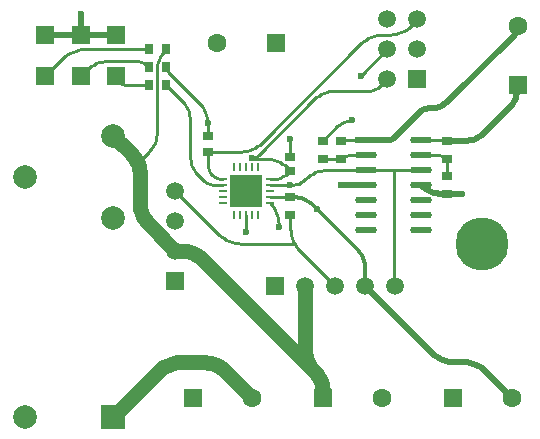
<source format=gtl>
G04*
G04 #@! TF.GenerationSoftware,Altium Limited,Altium Designer,21.6.1 (37)*
G04*
G04 Layer_Physical_Order=1*
G04 Layer_Color=255*
%FSLAX25Y25*%
%MOIN*%
G70*
G04*
G04 #@! TF.SameCoordinates,35447041-0B5E-4321-A350-582B76B9CE47*
G04*
G04*
G04 #@! TF.FilePolarity,Positive*
G04*
G01*
G75*
%ADD11C,0.01000*%
%ADD14R,0.02756X0.03543*%
%ADD15R,0.03543X0.02756*%
%ADD16R,0.10630X0.10630*%
%ADD17O,0.00984X0.03150*%
%ADD18O,0.03150X0.00984*%
%ADD19R,0.05906X0.05906*%
G04:AMPARAMS|DCode=20|XSize=73.78mil|YSize=21.34mil|CornerRadius=10.67mil|HoleSize=0mil|Usage=FLASHONLY|Rotation=0.000|XOffset=0mil|YOffset=0mil|HoleType=Round|Shape=RoundedRectangle|*
%AMROUNDEDRECTD20*
21,1,0.07378,0.00000,0,0,0.0*
21,1,0.05244,0.02134,0,0,0.0*
1,1,0.02134,0.02622,0.00000*
1,1,0.02134,-0.02622,0.00000*
1,1,0.02134,-0.02622,0.00000*
1,1,0.02134,0.02622,0.00000*
%
%ADD20ROUNDEDRECTD20*%
%ADD21R,0.07378X0.02134*%
%ADD22R,0.03543X0.02953*%
%ADD23R,0.03740X0.03150*%
%ADD34C,0.07874*%
%ADD35R,0.07874X0.07874*%
%ADD40C,0.02000*%
%ADD41C,0.05000*%
%ADD42C,0.01200*%
%ADD43R,0.06299X0.06299*%
%ADD44C,0.06299*%
%ADD45R,0.06299X0.06299*%
%ADD46C,0.05906*%
%ADD47R,0.05906X0.05906*%
%ADD48C,0.17717*%
%ADD49C,0.02362*%
%ADD50C,0.01968*%
D11*
X43307Y126969D02*
X43452Y126056D01*
X43871Y125233D01*
X44524Y124580D01*
X45347Y124160D01*
X46260Y124016D01*
X101402Y105281D02*
X101154Y105879D01*
X122047Y112205D02*
X121117Y112144D01*
X120202Y111962D01*
X119319Y111662D01*
X118483Y111250D01*
X117708Y110732D01*
X117007Y110117D01*
X53961Y101411D02*
X54620Y102138D01*
X55204Y102926D01*
X55709Y103768D01*
X56129Y104655D01*
X56459Y105579D01*
X56698Y106531D01*
X56842Y107502D01*
X56890Y108482D01*
X59117Y134904D02*
X58461Y134157D01*
X57908Y133329D01*
X57469Y132437D01*
X57149Y131496D01*
X56955Y130520D01*
X56890Y129528D01*
X60039Y129921D02*
X60220Y129012D01*
X60735Y128241D01*
X73819Y111015D02*
X73771Y111995D01*
X73627Y112966D01*
X73388Y113918D01*
X73058Y114842D01*
X72638Y115729D01*
X72134Y116571D01*
X71549Y117359D01*
X70890Y118086D01*
X67913Y112000D02*
X67865Y112980D01*
X67721Y113951D01*
X67483Y114902D01*
X67152Y115826D01*
X66733Y116714D01*
X66228Y117555D01*
X65644Y118343D01*
X64985Y119071D01*
X102751Y71094D02*
X103211Y70379D01*
X103732Y69705D01*
X104307Y69079D01*
X101378Y76150D02*
X101434Y75092D01*
X101602Y74045D01*
X101880Y73023D01*
X102264Y72035D01*
X102751Y71094D01*
X77710Y74023D02*
X78437Y73364D01*
X79225Y72779D01*
X80067Y72275D01*
X80954Y71855D01*
X81878Y71524D01*
X82830Y71286D01*
X83801Y71142D01*
X84781Y71094D01*
X97441Y77551D02*
X97393Y78531D01*
X97249Y79502D01*
X97010Y80454D01*
X96680Y81378D01*
X96260Y82265D01*
X95756Y83106D01*
X95171Y83895D01*
X94512Y84622D01*
X135827Y58227D02*
X136299Y57087D01*
X153543Y105315D02*
X152973Y105551D01*
X126969Y122047D02*
X127899Y122108D01*
X128814Y122290D01*
X129697Y122590D01*
X130533Y123002D01*
X131308Y123520D01*
X132009Y124135D01*
X116347Y122047D02*
X115367Y121999D01*
X114396Y121855D01*
X113444Y121617D01*
X112520Y121286D01*
X111633Y120867D01*
X110791Y120362D01*
X110003Y119777D01*
X109276Y119118D01*
X132095Y140748D02*
X131115Y140700D01*
X130144Y140556D01*
X129192Y140317D01*
X128268Y139987D01*
X127381Y139567D01*
X126539Y139063D01*
X125751Y138478D01*
X125024Y137819D01*
X84834Y101772D02*
X85814Y101820D01*
X86785Y101964D01*
X87737Y102202D01*
X88661Y102533D01*
X89548Y102952D01*
X90390Y103457D01*
X91178Y104042D01*
X91905Y104701D01*
X125111Y127237D02*
X125000Y126969D01*
X88583Y99713D02*
X89772Y99949D01*
X90780Y100623D01*
X100181Y96481D02*
X99454Y97140D01*
X98666Y97724D01*
X97824Y98229D01*
X96937Y98648D01*
X96013Y98979D01*
X95061Y99217D01*
X94090Y99361D01*
X93110Y99410D01*
X94786Y92520D02*
X95834Y92579D01*
X96868Y92754D01*
X97876Y93045D01*
X98845Y93446D01*
X99764Y93954D01*
X100619Y94561D01*
X101402Y95260D01*
X101402Y90551D02*
X102325Y90612D01*
X103232Y90792D01*
X104108Y91089D01*
X104937Y91499D01*
X105706Y92012D01*
X106402Y92622D01*
X113473Y95551D02*
X112493Y95503D01*
X111522Y95359D01*
X110570Y95121D01*
X109646Y94790D01*
X108759Y94370D01*
X107917Y93866D01*
X107129Y93281D01*
X106402Y92622D01*
X134480Y140748D02*
X135460Y140796D01*
X136431Y140940D01*
X137383Y141179D01*
X138307Y141509D01*
X139194Y141929D01*
X140036Y142433D01*
X140824Y143018D01*
X141551Y143677D01*
X118681Y105551D02*
X118110Y105315D01*
X73819Y97680D02*
X73921Y96640D01*
X74225Y95640D01*
X74717Y94719D01*
X75380Y93912D01*
X76100Y93321D01*
X76921Y92881D01*
X77813Y92611D01*
X78740Y92520D01*
X67913Y100599D02*
X67962Y99619D01*
X68106Y98648D01*
X68344Y97696D01*
X68675Y96772D01*
X69094Y95885D01*
X69599Y95043D01*
X70183Y94255D01*
X70842Y93528D01*
X71850Y92520D02*
X72652Y91835D01*
X73551Y91284D01*
X74526Y90880D01*
X75551Y90634D01*
X76603Y90551D01*
X120867Y100551D02*
X119858Y100418D01*
X118918Y100029D01*
X118110Y99410D01*
X153543D02*
X152736Y100029D01*
X151796Y100418D01*
X150787Y100551D01*
X54134Y129921D02*
X53332Y130606D01*
X52433Y131157D01*
X51458Y131561D01*
X50433Y131807D01*
X49382Y131890D01*
X40560D02*
X39579Y131842D01*
X38609Y131698D01*
X37657Y131459D01*
X36733Y131129D01*
X35846Y130709D01*
X35004Y130204D01*
X34216Y129620D01*
X33489Y128961D01*
X32685Y135827D02*
X31705Y135779D01*
X30735Y135635D01*
X29783Y135396D01*
X28859Y135066D01*
X27972Y134646D01*
X27130Y134142D01*
X26342Y133557D01*
X25614Y132898D01*
X46260Y124016D02*
X54134D01*
X86614Y74803D02*
X86614Y74803D01*
Y80709D01*
X101402Y99984D02*
Y105281D01*
X112205Y105315D02*
X117007Y110117D01*
X50427Y97877D02*
X53961Y101411D01*
X56890Y108482D02*
Y129528D01*
X59117Y134904D02*
X60039Y135827D01*
X60735Y128241D02*
X70890Y118086D01*
X73819Y111015D02*
Y111221D01*
Y106890D02*
Y111015D01*
X60039Y124016D02*
X64985Y119071D01*
X67913Y100599D02*
Y112000D01*
X84781Y71094D02*
X102751D01*
X62992Y88740D02*
X77710Y74023D01*
X97441Y76772D02*
Y77551D01*
X94488Y84646D02*
X94512Y84622D01*
X94488Y86614D02*
X101378D01*
X101378Y86614D01*
Y76150D02*
Y80709D01*
X104307Y69079D02*
X116299Y57087D01*
X135827Y95551D02*
X144945D01*
X126708D02*
X135827D01*
Y58227D02*
Y95551D01*
X144945Y105551D02*
X152973D01*
X132009Y124135D02*
X133701Y125827D01*
X116347Y122047D02*
X126969D01*
X90780Y100623D02*
X109276Y119118D01*
X91905Y104701D02*
X125024Y137819D01*
X125111Y127237D02*
X133701Y135827D01*
X88583Y99410D02*
X93110D01*
X88583D02*
Y99713D01*
X100181Y96481D02*
X101402Y95260D01*
X94488Y90551D02*
X101402D01*
X73819Y97680D02*
Y101772D01*
X84834D01*
X132095Y140748D02*
X134480D01*
X141551Y143677D02*
X143701Y145827D01*
X120867Y100551D02*
X126708D01*
X118681Y105551D02*
X126708D01*
X94488Y92520D02*
X94786D01*
X70842Y93528D02*
X71850Y92520D01*
X76603Y90551D02*
X78740D01*
X113473Y95551D02*
X126708D01*
X112205Y99410D02*
X118110D01*
X112205Y99409D02*
X112205Y99410D01*
X153543Y93504D02*
Y99410D01*
X144945Y100551D02*
X150787D01*
X40560Y131890D02*
X49382D01*
X31496Y126969D02*
X33489Y128961D01*
X19685Y126969D02*
X25614Y132898D01*
X32685Y135827D02*
X54134D01*
D14*
Y124016D02*
D03*
X60039D02*
D03*
X54134Y129921D02*
D03*
X60039D02*
D03*
X54134Y135827D02*
D03*
X60039D02*
D03*
D15*
X153543Y99410D02*
D03*
Y105315D02*
D03*
Y87598D02*
D03*
Y93504D02*
D03*
X112205Y105315D02*
D03*
Y99409D02*
D03*
X118110Y99410D02*
D03*
Y105315D02*
D03*
X101378Y86614D02*
D03*
Y80709D02*
D03*
D16*
X86614Y88583D02*
D03*
D17*
X82677Y96457D02*
D03*
X84646D02*
D03*
X86614D02*
D03*
X88583D02*
D03*
X90551D02*
D03*
Y80709D02*
D03*
X88583D02*
D03*
X86614D02*
D03*
X84646D02*
D03*
X82677D02*
D03*
D18*
X94488Y92520D02*
D03*
Y90551D02*
D03*
Y88583D02*
D03*
Y86614D02*
D03*
Y84646D02*
D03*
X78740D02*
D03*
Y86614D02*
D03*
Y88583D02*
D03*
Y90551D02*
D03*
Y92520D02*
D03*
D19*
X19685Y126969D02*
D03*
Y140748D02*
D03*
X43307Y126969D02*
D03*
Y140748D02*
D03*
X31496Y126969D02*
D03*
Y140748D02*
D03*
X62992Y58740D02*
D03*
X143701Y125827D02*
D03*
D20*
X144945Y105551D02*
D03*
Y100551D02*
D03*
Y95551D02*
D03*
Y90551D02*
D03*
Y85551D02*
D03*
Y80551D02*
D03*
Y75551D02*
D03*
X126708D02*
D03*
Y80551D02*
D03*
Y85551D02*
D03*
Y90551D02*
D03*
Y95551D02*
D03*
Y100551D02*
D03*
D21*
Y105551D02*
D03*
D22*
X101402Y99984D02*
D03*
Y95260D02*
D03*
D23*
X73819Y101772D02*
D03*
Y106890D02*
D03*
D34*
X12795Y13366D02*
D03*
X42323Y107067D02*
D03*
Y79508D02*
D03*
X12795Y93287D02*
D03*
D35*
X42323Y13366D02*
D03*
D40*
X144969Y90527D02*
X145696Y89868D01*
X146484Y89284D01*
X147326Y88779D01*
X148213Y88360D01*
X149137Y88029D01*
X150089Y87791D01*
X151060Y87647D01*
X152040Y87598D01*
X148961Y34425D02*
X149688Y33766D01*
X150476Y33181D01*
X151318Y32677D01*
X152205Y32257D01*
X153129Y31927D01*
X154081Y31688D01*
X155052Y31544D01*
X156032Y31496D01*
X166315Y28567D02*
X165588Y29226D01*
X164799Y29811D01*
X163958Y30315D01*
X163070Y30735D01*
X162146Y31065D01*
X161195Y31304D01*
X160224Y31448D01*
X159244Y31496D01*
X174236Y116166D02*
X174896Y116893D01*
X175480Y117681D01*
X175985Y118523D01*
X176404Y119410D01*
X176735Y120334D01*
X176973Y121286D01*
X177117Y122256D01*
X177165Y123237D01*
X159244Y105315D02*
X160224Y105363D01*
X161195Y105507D01*
X162146Y105746D01*
X163070Y106076D01*
X163958Y106496D01*
X164799Y107000D01*
X165588Y107585D01*
X166315Y108244D01*
X134021Y105551D02*
X134998Y105746D01*
X135827Y106299D01*
X147638Y116142D02*
X146711Y116050D01*
X145819Y115780D01*
X144998Y115341D01*
X144277Y114750D01*
X147638Y116142D02*
X148702Y116201D01*
X149753Y116380D01*
X150777Y116675D01*
X151762Y117083D01*
X152695Y117599D01*
X153564Y118215D01*
X154359Y118926D01*
X175773Y140340D02*
X176364Y141060D01*
X176804Y141882D01*
X177074Y142774D01*
X177165Y143701D01*
X19685Y140748D02*
X43307D01*
X31496Y147638D02*
X31496Y147638D01*
Y140748D02*
Y147638D01*
X152040Y87598D02*
X153543D01*
X158465D01*
X144945Y90551D02*
X144969Y90527D01*
X118110Y90551D02*
X126708D01*
X126299Y57087D02*
X148961Y34425D01*
X156032Y31496D02*
X159244D01*
X166315Y28567D02*
X175197Y19685D01*
X166315Y108244D02*
X174236Y116166D01*
X153543Y105315D02*
X159244D01*
X177165Y123237D02*
Y124016D01*
X135827Y106299D02*
X144277Y114750D01*
X154359Y118926D02*
X175773Y140340D01*
X126708Y105551D02*
X134021D01*
D41*
X50427Y97877D02*
X50007Y98769D01*
X49501Y99615D01*
X48914Y100407D01*
X48252Y101138D01*
X51181Y94067D02*
X51133Y95042D01*
X50991Y96009D01*
X50754Y96957D01*
X50427Y97877D01*
X106299Y35638D02*
X106347Y34658D01*
X106491Y33687D01*
X106730Y32735D01*
X107060Y31811D01*
X107480Y30924D01*
X107984Y30082D01*
X108569Y29294D01*
X109228Y28567D01*
X112205Y21448D02*
X112157Y22429D01*
X112013Y23399D01*
X111774Y24351D01*
X111443Y25275D01*
X111024Y26162D01*
X110519Y27004D01*
X109935Y27792D01*
X109276Y28519D01*
X71984Y65811D02*
X71257Y66470D01*
X70469Y67055D01*
X69627Y67559D01*
X68740Y67979D01*
X67816Y68310D01*
X66864Y68548D01*
X65893Y68692D01*
X64913Y68740D01*
X51181Y84693D02*
X51229Y83713D01*
X51373Y82742D01*
X51612Y81791D01*
X51942Y80866D01*
X52362Y79979D01*
X52866Y79138D01*
X53451Y78349D01*
X54110Y77622D01*
X64595Y31496D02*
X63615Y31448D01*
X62644Y31304D01*
X61692Y31065D01*
X60768Y30735D01*
X59881Y30315D01*
X59039Y29811D01*
X58251Y29226D01*
X57524Y28567D01*
X79555Y28712D02*
X78761Y29422D01*
X77891Y30039D01*
X76959Y30555D01*
X75974Y30963D01*
X74950Y31258D01*
X73899Y31436D01*
X72835Y31496D01*
X42323Y107067D02*
X48252Y101138D01*
X106299Y35638D02*
Y57087D01*
X71984Y65811D02*
X109228Y28567D01*
X109276Y28519D01*
X112205Y19685D02*
Y21448D01*
X54110Y77622D02*
X62992Y68740D01*
X64913D01*
X51181Y84693D02*
Y94067D01*
X42323Y13366D02*
X57524Y28567D01*
X64595Y31496D02*
X72835D01*
X79556Y28712D02*
X88583Y19685D01*
D42*
X109228Y83685D02*
X108501Y84344D01*
X107713Y84929D01*
X106871Y85433D01*
X105984Y85853D01*
X105060Y86184D01*
X104108Y86422D01*
X103137Y86566D01*
X102157Y86614D01*
X126299Y62472D02*
X126251Y63452D01*
X126107Y64423D01*
X125869Y65375D01*
X125538Y66299D01*
X125118Y67186D01*
X124614Y68028D01*
X124029Y68816D01*
X123370Y69543D01*
X126299Y57087D02*
Y62472D01*
X110236Y82677D02*
X123370Y69543D01*
X109228Y83685D02*
X110236Y82677D01*
X101378Y86614D02*
X102157D01*
D43*
X68898Y19685D02*
D03*
X112205D02*
D03*
X155512D02*
D03*
X96457Y137795D02*
D03*
D44*
X88583Y19685D02*
D03*
X131890D02*
D03*
X175197D02*
D03*
X177165Y143701D02*
D03*
X76772Y137795D02*
D03*
D45*
X177165Y124016D02*
D03*
D46*
X62992Y88740D02*
D03*
Y78740D02*
D03*
Y68740D02*
D03*
X136299Y57087D02*
D03*
X126299D02*
D03*
X116299D02*
D03*
X106299D02*
D03*
X133701Y125827D02*
D03*
X143701Y135827D02*
D03*
X133701D02*
D03*
X143701Y145827D02*
D03*
X133701D02*
D03*
D47*
X96299Y57087D02*
D03*
D48*
X165354Y70866D02*
D03*
D49*
X86614Y74803D02*
D03*
X31496Y147638D02*
D03*
X158465Y87598D02*
D03*
X101154Y105879D02*
D03*
X122047Y112205D02*
D03*
X118110Y90551D02*
D03*
X125000Y126969D02*
D03*
X73819Y111221D02*
D03*
X88583Y99713D02*
D03*
X101402Y90551D02*
D03*
X110236Y82677D02*
D03*
X97441Y76772D02*
D03*
D50*
X88779Y86417D02*
D03*
X84449D02*
D03*
X88779Y90748D02*
D03*
X84449D02*
D03*
M02*

</source>
